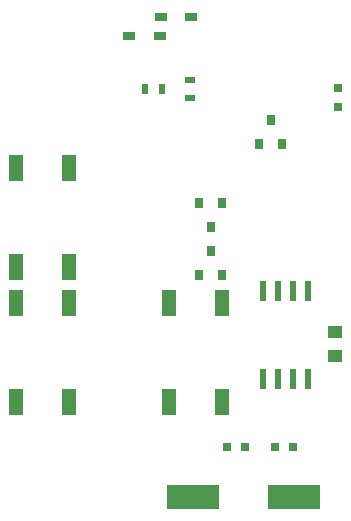
<source format=gbr>
%TF.GenerationSoftware,KiCad,Pcbnew,8.0.7+dfsg-2*%
%TF.CreationDate,2024-12-30T00:21:24+01:00*%
%TF.ProjectId,strobe-torch,7374726f-6265-42d7-946f-7263682e6b69,1.1*%
%TF.SameCoordinates,Original*%
%TF.FileFunction,Paste,Top*%
%TF.FilePolarity,Positive*%
%FSLAX46Y46*%
G04 Gerber Fmt 4.6, Leading zero omitted, Abs format (unit mm)*
G04 Created by KiCad (PCBNEW 8.0.7+dfsg-2) date 2024-12-30 00:21:24*
%MOMM*%
%LPD*%
G01*
G04 APERTURE LIST*
%ADD10R,1.300000X2.300000*%
%ADD11R,1.000000X0.720000*%
%ADD12R,0.550000X1.750000*%
%ADD13R,0.800000X0.900000*%
%ADD14R,4.500000X2.000000*%
%ADD15R,0.800000X0.750000*%
%ADD16R,0.800000X0.800000*%
%ADD17R,0.500000X0.900000*%
%ADD18R,0.900000X0.500000*%
%ADD19R,1.250000X1.000000*%
G04 APERTURE END LIST*
D10*
%TO.C,SW3*%
X147483000Y-101228000D03*
X147483000Y-92828000D03*
X151983000Y-101228000D03*
X151983000Y-92828000D03*
%TD*%
%TO.C,SW2*%
X134529000Y-101228000D03*
X134529000Y-92828000D03*
X139029000Y-101228000D03*
X139029000Y-92828000D03*
%TD*%
%TO.C,SW1*%
X134529000Y-89798000D03*
X134529000Y-81398000D03*
X139029000Y-89798000D03*
X139029000Y-81398000D03*
%TD*%
D11*
%TO.C,D2*%
X149382000Y-68580000D03*
X146782000Y-68580000D03*
%TD*%
%TO.C,D1*%
X146715000Y-70231000D03*
X144115000Y-70231000D03*
%TD*%
D12*
%TO.C,U1*%
X155448000Y-99221000D03*
X156718000Y-99221000D03*
X157988000Y-99221000D03*
X159258000Y-99221000D03*
X159258000Y-91821000D03*
X157988000Y-91821000D03*
X156718000Y-91821000D03*
X155448000Y-91821000D03*
%TD*%
D13*
%TO.C,D5*%
X150053000Y-90408000D03*
X151953000Y-90408000D03*
X151003000Y-88408000D03*
%TD*%
%TO.C,D4*%
X151953000Y-84344000D03*
X150053000Y-84344000D03*
X151003000Y-86344000D03*
%TD*%
D14*
%TO.C,Y1*%
X149547000Y-109220000D03*
X158047000Y-109220000D03*
%TD*%
D15*
%TO.C,C3*%
X156476000Y-105029000D03*
X157976000Y-105029000D03*
%TD*%
D16*
%TO.C,D3*%
X161798000Y-74638000D03*
X161798000Y-76238000D03*
%TD*%
D17*
%TO.C,R1*%
X146927000Y-74676000D03*
X145427000Y-74676000D03*
%TD*%
D18*
%TO.C,R2*%
X149225000Y-73926000D03*
X149225000Y-75426000D03*
%TD*%
D19*
%TO.C,C1*%
X161544000Y-95266000D03*
X161544000Y-97266000D03*
%TD*%
D13*
%TO.C,Q1*%
X155133000Y-79359000D03*
X157033000Y-79359000D03*
X156083000Y-77359000D03*
%TD*%
D15*
%TO.C,C2*%
X152412000Y-105029000D03*
X153912000Y-105029000D03*
%TD*%
M02*

</source>
